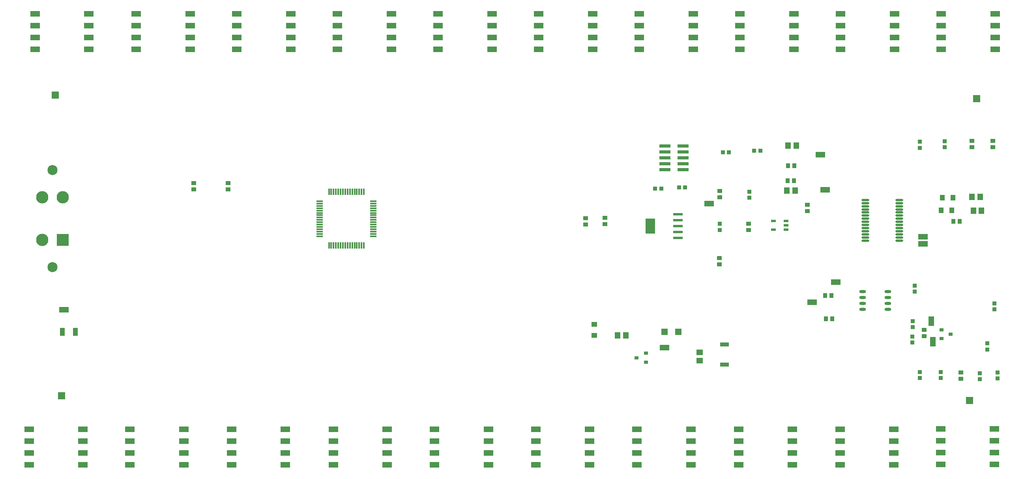
<source format=gbr>
%TF.GenerationSoftware,Altium Limited,Altium Designer,18.1.9 (240)*%
G04 Layer_Color=255*
%FSLAX26Y26*%
%MOIN*%
%TF.FileFunction,Pads,Top*%
%TF.Part,Single*%
G01*
G75*
%TA.AperFunction,SMDPad,CuDef*%
%ADD10R,0.082677X0.125984*%
%ADD11R,0.082677X0.023622*%
%ADD12R,0.033465X0.037402*%
%ADD13R,0.039370X0.035433*%
%ADD14R,0.037402X0.033465*%
%ADD15R,0.045276X0.053150*%
%ADD16R,0.035433X0.039370*%
%ADD17R,0.043307X0.051181*%
%ADD18R,0.035433X0.031496*%
%ADD19R,0.074803X0.035433*%
%ADD20R,0.053150X0.045276*%
%ADD21R,0.051181X0.043307*%
%ADD22O,0.064961X0.019685*%
%TA.AperFunction,ConnectorPad*%
%ADD23R,0.080000X0.045000*%
%TA.AperFunction,SMDPad,CuDef*%
%ADD24R,0.053150X0.057087*%
%ADD25R,0.039370X0.023622*%
%ADD26R,0.094488X0.029921*%
%ADD27R,0.053150X0.011811*%
%ADD28R,0.011811X0.053150*%
%ADD29O,0.057087X0.023622*%
%ADD30R,0.039370X0.070866*%
%ADD33R,0.080709X0.045276*%
%ADD34R,0.045276X0.080709*%
%TA.AperFunction,ViaPad*%
%ADD35R,0.060000X0.060000*%
%TA.AperFunction,ComponentPad*%
%ADD36C,0.103937*%
%ADD37C,0.085039*%
%ADD38R,0.103937X0.103937*%
D10*
X6530574Y3111900D02*
D03*
D11*
X6764826Y3211900D02*
D03*
Y3161900D02*
D03*
Y3111900D02*
D03*
Y3061900D02*
D03*
Y3011900D02*
D03*
D12*
X6625000Y3430000D02*
D03*
X6573819D02*
D03*
X6826181Y3440000D02*
D03*
X6775000D02*
D03*
X7195591Y3735000D02*
D03*
X7144409D02*
D03*
X7409409Y3750000D02*
D03*
X7460591D02*
D03*
D13*
X7120000Y3407953D02*
D03*
Y3354803D02*
D03*
X7363100Y3133875D02*
D03*
Y3080725D02*
D03*
X7115000Y2789525D02*
D03*
Y2842675D02*
D03*
X7860000Y3291575D02*
D03*
Y3238425D02*
D03*
X8845000Y2236575D02*
D03*
Y2183425D02*
D03*
X9155000Y1876575D02*
D03*
Y1823425D02*
D03*
X6150000Y3128425D02*
D03*
Y3181575D02*
D03*
X5985000Y3178032D02*
D03*
Y3124882D02*
D03*
X9250000Y3833150D02*
D03*
Y3780000D02*
D03*
X9425000Y3831575D02*
D03*
Y3778425D02*
D03*
X2675000Y3476575D02*
D03*
Y3423425D02*
D03*
X2965000Y3476575D02*
D03*
Y3423425D02*
D03*
D14*
X7369874Y3352295D02*
D03*
Y3403476D02*
D03*
X7120000Y3080197D02*
D03*
Y3131378D02*
D03*
X9379874Y2122098D02*
D03*
Y2070917D02*
D03*
X9440079Y2409410D02*
D03*
Y2460591D02*
D03*
X8765000Y2559410D02*
D03*
Y2610591D02*
D03*
X8745000Y2180590D02*
D03*
Y2129409D02*
D03*
X8750000Y2310000D02*
D03*
Y2258819D02*
D03*
X9464874Y1877098D02*
D03*
Y1825917D02*
D03*
X9315000Y1870591D02*
D03*
Y1819409D02*
D03*
X8985000Y1880591D02*
D03*
Y1829409D02*
D03*
X8810000Y1880591D02*
D03*
Y1829409D02*
D03*
X9020000Y3830591D02*
D03*
Y3779410D02*
D03*
X8810000Y3825591D02*
D03*
Y3774410D02*
D03*
D15*
X7764323Y3791508D02*
D03*
X7695425D02*
D03*
X7754323Y3411508D02*
D03*
X7685425D02*
D03*
X9260802Y3243408D02*
D03*
X9329700D02*
D03*
X9319149Y3358211D02*
D03*
X9250251D02*
D03*
X6324449Y2190905D02*
D03*
X6255551D02*
D03*
D16*
X7749874Y3621508D02*
D03*
X7696724D02*
D03*
X7693299Y3496508D02*
D03*
X7746449D02*
D03*
X9146275Y3153408D02*
D03*
X9093125D02*
D03*
X8008425Y2525000D02*
D03*
X8061575D02*
D03*
X8068300Y2327900D02*
D03*
X8015150D02*
D03*
D17*
X8989724Y3245000D02*
D03*
X9080276D02*
D03*
X8999424Y3353408D02*
D03*
X9089976D02*
D03*
D18*
X8990630Y2237402D02*
D03*
Y2162599D02*
D03*
X9069370Y2200000D02*
D03*
X6494370Y1963228D02*
D03*
Y2038031D02*
D03*
X6415630Y2000630D02*
D03*
D19*
X7159874Y2112768D02*
D03*
Y1941508D02*
D03*
D20*
X6950000Y2044449D02*
D03*
Y1975551D02*
D03*
D21*
X6060000Y2281457D02*
D03*
Y2190905D02*
D03*
D22*
X8634874Y2988279D02*
D03*
Y3014894D02*
D03*
Y3041508D02*
D03*
Y3068122D02*
D03*
Y3094736D02*
D03*
Y3121350D02*
D03*
Y3147965D02*
D03*
Y3174579D02*
D03*
Y3201193D02*
D03*
Y3227807D02*
D03*
Y3254421D02*
D03*
Y3281035D02*
D03*
Y3307649D02*
D03*
Y3334264D02*
D03*
X8349441Y2988279D02*
D03*
Y3014894D02*
D03*
Y3041508D02*
D03*
Y3068122D02*
D03*
Y3094736D02*
D03*
Y3121350D02*
D03*
Y3147965D02*
D03*
Y3174579D02*
D03*
Y3201193D02*
D03*
Y3227807D02*
D03*
Y3254421D02*
D03*
Y3281035D02*
D03*
Y3307649D02*
D03*
Y3334264D02*
D03*
D23*
X6895000Y4605000D02*
D03*
Y4705000D02*
D03*
Y4805000D02*
D03*
Y4905000D02*
D03*
X6439921Y4605000D02*
D03*
Y4705000D02*
D03*
Y4805000D02*
D03*
Y4905000D02*
D03*
X8590079Y1095000D02*
D03*
Y1195000D02*
D03*
Y1295000D02*
D03*
Y1395000D02*
D03*
X8135000Y1095000D02*
D03*
Y1195000D02*
D03*
Y1295000D02*
D03*
Y1395000D02*
D03*
X9440079Y1100000D02*
D03*
Y1200000D02*
D03*
Y1300000D02*
D03*
Y1400000D02*
D03*
X8985000Y1100000D02*
D03*
Y1200000D02*
D03*
Y1300000D02*
D03*
Y1400000D02*
D03*
X7733677Y1095000D02*
D03*
Y1195000D02*
D03*
Y1295000D02*
D03*
Y1395000D02*
D03*
X7278599Y1095000D02*
D03*
Y1195000D02*
D03*
Y1295000D02*
D03*
Y1395000D02*
D03*
X6875000Y1095000D02*
D03*
Y1195000D02*
D03*
Y1295000D02*
D03*
Y1395000D02*
D03*
X6419921Y1095000D02*
D03*
Y1195000D02*
D03*
Y1295000D02*
D03*
Y1395000D02*
D03*
X6020000Y1095000D02*
D03*
Y1195000D02*
D03*
Y1295000D02*
D03*
Y1395000D02*
D03*
X5564921Y1095000D02*
D03*
Y1195000D02*
D03*
Y1295000D02*
D03*
Y1395000D02*
D03*
X5165000Y1095000D02*
D03*
Y1195000D02*
D03*
Y1295000D02*
D03*
Y1395000D02*
D03*
X4709921Y1095000D02*
D03*
Y1195000D02*
D03*
Y1295000D02*
D03*
Y1395000D02*
D03*
X4310000Y1095000D02*
D03*
Y1195000D02*
D03*
Y1295000D02*
D03*
Y1395000D02*
D03*
X3854921Y1095000D02*
D03*
Y1195000D02*
D03*
Y1295000D02*
D03*
Y1395000D02*
D03*
X3450000Y1095000D02*
D03*
Y1195000D02*
D03*
Y1295000D02*
D03*
Y1395000D02*
D03*
X2994921Y1095000D02*
D03*
Y1195000D02*
D03*
Y1295000D02*
D03*
Y1395000D02*
D03*
X2591575Y1095000D02*
D03*
Y1195000D02*
D03*
Y1295000D02*
D03*
Y1395000D02*
D03*
X2136496Y1095000D02*
D03*
Y1195000D02*
D03*
Y1295000D02*
D03*
Y1395000D02*
D03*
X1740000Y1095000D02*
D03*
Y1195000D02*
D03*
Y1295000D02*
D03*
Y1395000D02*
D03*
X1284921Y1095000D02*
D03*
Y1195000D02*
D03*
Y1295000D02*
D03*
Y1395000D02*
D03*
X8139921Y4905000D02*
D03*
Y4805000D02*
D03*
Y4705000D02*
D03*
Y4605000D02*
D03*
X8595000Y4905000D02*
D03*
Y4805000D02*
D03*
Y4705000D02*
D03*
Y4605000D02*
D03*
X8989921Y4905000D02*
D03*
Y4805000D02*
D03*
Y4705000D02*
D03*
Y4605000D02*
D03*
X9445000Y4905000D02*
D03*
Y4805000D02*
D03*
Y4705000D02*
D03*
Y4605000D02*
D03*
X7289447Y4905000D02*
D03*
Y4805000D02*
D03*
Y4705000D02*
D03*
Y4605000D02*
D03*
X7744526Y4905000D02*
D03*
Y4805000D02*
D03*
Y4705000D02*
D03*
Y4605000D02*
D03*
X5589921Y4905000D02*
D03*
Y4805000D02*
D03*
Y4705000D02*
D03*
Y4605000D02*
D03*
X6045000Y4905000D02*
D03*
Y4805000D02*
D03*
Y4705000D02*
D03*
Y4605000D02*
D03*
X4739921Y4905000D02*
D03*
Y4805000D02*
D03*
Y4705000D02*
D03*
Y4605000D02*
D03*
X5195000Y4905000D02*
D03*
Y4805000D02*
D03*
Y4705000D02*
D03*
Y4605000D02*
D03*
X3889921Y4905000D02*
D03*
Y4805000D02*
D03*
Y4705000D02*
D03*
Y4605000D02*
D03*
X4345000Y4905000D02*
D03*
Y4805000D02*
D03*
Y4705000D02*
D03*
Y4605000D02*
D03*
X3039921Y4905000D02*
D03*
Y4805000D02*
D03*
Y4705000D02*
D03*
Y4605000D02*
D03*
X3495000Y4905000D02*
D03*
Y4805000D02*
D03*
Y4705000D02*
D03*
Y4605000D02*
D03*
X2189921Y4905000D02*
D03*
Y4805000D02*
D03*
Y4705000D02*
D03*
Y4605000D02*
D03*
X2645000Y4905000D02*
D03*
Y4805000D02*
D03*
Y4705000D02*
D03*
Y4605000D02*
D03*
X1334921Y4905000D02*
D03*
Y4805000D02*
D03*
Y4705000D02*
D03*
Y4605000D02*
D03*
X1790000Y4905000D02*
D03*
Y4805000D02*
D03*
Y4705000D02*
D03*
Y4605000D02*
D03*
D24*
X6768071Y2220630D02*
D03*
X6651929D02*
D03*
D25*
X7570866Y3082598D02*
D03*
Y3157401D02*
D03*
X7679134D02*
D03*
Y3120000D02*
D03*
Y3082598D02*
D03*
D26*
X6655000Y3790421D02*
D03*
X6808543D02*
D03*
X6655000Y3740421D02*
D03*
X6808543D02*
D03*
X6655000Y3690421D02*
D03*
X6808543D02*
D03*
X6655000Y3640421D02*
D03*
X6808543D02*
D03*
X6655000Y3590421D02*
D03*
X6808543D02*
D03*
D27*
X4191378Y3027362D02*
D03*
Y3047047D02*
D03*
Y3066732D02*
D03*
Y3086417D02*
D03*
Y3106102D02*
D03*
Y3125787D02*
D03*
Y3145472D02*
D03*
Y3165157D02*
D03*
Y3184843D02*
D03*
Y3204528D02*
D03*
Y3224213D02*
D03*
Y3243898D02*
D03*
Y3263583D02*
D03*
Y3283268D02*
D03*
Y3302953D02*
D03*
Y3322638D02*
D03*
X3738622D02*
D03*
Y3302953D02*
D03*
Y3283268D02*
D03*
Y3263583D02*
D03*
Y3243898D02*
D03*
Y3224213D02*
D03*
Y3204528D02*
D03*
Y3184843D02*
D03*
Y3165157D02*
D03*
Y3145472D02*
D03*
Y3125787D02*
D03*
Y3106102D02*
D03*
Y3086417D02*
D03*
Y3066732D02*
D03*
Y3047047D02*
D03*
Y3027362D02*
D03*
D28*
X4112638Y3401378D02*
D03*
X4092953D02*
D03*
X4073268D02*
D03*
X4053583D02*
D03*
X4033898D02*
D03*
X4014213D02*
D03*
X3994528D02*
D03*
X3974843D02*
D03*
X3955157D02*
D03*
X3935472D02*
D03*
X3915787D02*
D03*
X3896102D02*
D03*
X3876417D02*
D03*
X3856732D02*
D03*
X3837047D02*
D03*
X3817362D02*
D03*
Y2948622D02*
D03*
X3837047D02*
D03*
X3856732D02*
D03*
X3876417D02*
D03*
X3896102D02*
D03*
X3915787D02*
D03*
X3935472D02*
D03*
X3955157D02*
D03*
X3974843D02*
D03*
X3994528D02*
D03*
X4014213D02*
D03*
X4033898D02*
D03*
X4053583D02*
D03*
X4073268D02*
D03*
X4092953D02*
D03*
X4112638D02*
D03*
D29*
X8538983Y2410500D02*
D03*
Y2460500D02*
D03*
Y2510500D02*
D03*
Y2560500D02*
D03*
X8324416Y2410500D02*
D03*
Y2460500D02*
D03*
Y2510500D02*
D03*
Y2560500D02*
D03*
D30*
X1564882Y2220630D02*
D03*
X1675118D02*
D03*
D33*
X7030000Y3301634D02*
D03*
X8834700Y2963408D02*
D03*
Y3023408D02*
D03*
X8100000Y2640000D02*
D03*
X7900000Y2470000D02*
D03*
X6651929Y2085000D02*
D03*
X7970000Y3715000D02*
D03*
X8009700Y3418408D02*
D03*
X1580000Y2405000D02*
D03*
D34*
X8905000Y2310000D02*
D03*
X8918031Y2135000D02*
D03*
D35*
X1505000Y4220000D02*
D03*
X1560000Y1680000D02*
D03*
X9230000Y1640000D02*
D03*
X9287426Y4190000D02*
D03*
D36*
X1395000Y2995945D02*
D03*
Y3355000D02*
D03*
X1570197D02*
D03*
D37*
X1482677Y2765472D02*
D03*
Y3585551D02*
D03*
D38*
X1570197Y2995945D02*
D03*
%TF.MD5,38b4dd00d0f4ab8f88187942213fd217*%
M02*

</source>
